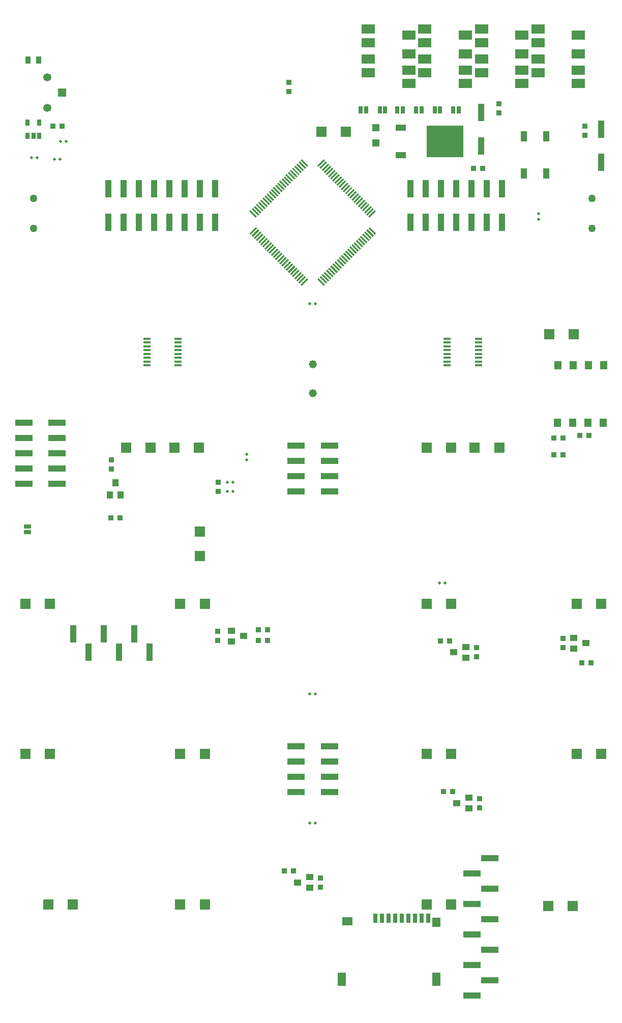
<source format=gbp>
G04 #@! TF.FileFunction,Paste,Bot*
%FSLAX46Y46*%
G04 Gerber Fmt 4.6, Leading zero omitted, Abs format (unit mm)*
G04 Created by KiCad (PCBNEW 4.0.4-stable) date 07/12/17 09:58:22*
%MOMM*%
%LPD*%
G01*
G04 APERTURE LIST*
%ADD10C,2.000000*%
%ADD11R,3.000000X1.000000*%
%ADD12R,0.650000X1.060000*%
%ADD13C,0.497840*%
%ADD14R,0.889000X1.270000*%
%ADD15R,2.247900X1.597660*%
%ADD16R,2.247900X1.498600*%
%ADD17R,0.635000X1.270000*%
%ADD18R,1.143000X1.016000*%
%ADD19R,1.016000X1.143000*%
%ADD20R,0.889000X0.889000*%
%ADD21R,1.651000X1.016000*%
%ADD22R,6.197600X5.298440*%
%ADD23C,1.320800*%
%ADD24R,0.698500X1.597660*%
%ADD25R,1.399540X1.597660*%
%ADD26R,1.399540X2.199640*%
%ADD27R,1.798320X1.399540*%
%ADD28R,1.270000X0.635000*%
%ADD29R,1.300000X1.400000*%
%ADD30R,1.000000X3.000000*%
%ADD31R,1.798320X1.767840*%
%ADD32R,1.270000X1.270000*%
%ADD33R,1.100000X1.800000*%
%ADD34R,1.200000X0.400000*%
%ADD35R,1.767840X1.798320*%
%ADD36C,1.270000*%
%ADD37C,1.348740*%
%ADD38R,1.348740X1.348740*%
G04 APERTURE END LIST*
D10*
D11*
X1905000Y-77470000D03*
X7445000Y-77470000D03*
X1905000Y-74930000D03*
X7445000Y-74930000D03*
X1905000Y-72390000D03*
X7445000Y-72390000D03*
X1905000Y-69850000D03*
X7445000Y-69850000D03*
X1905000Y-67310000D03*
X7445000Y-67310000D03*
D12*
X4450000Y-19600000D03*
X3500000Y-19600000D03*
X2550000Y-19600000D03*
X2550000Y-17400000D03*
X4450000Y-17400000D03*
D13*
X7962280Y-23500000D03*
X7037720Y-23500000D03*
X8962280Y-20500000D03*
X8037720Y-20500000D03*
X50462280Y-47500000D03*
X49537720Y-47500000D03*
X50462280Y-134000000D03*
X49537720Y-134000000D03*
X50462280Y-112500000D03*
X49537720Y-112500000D03*
X87630000Y-33482280D03*
X87630000Y-32557720D03*
X35780020Y-77280000D03*
X36704580Y-77280000D03*
X35817720Y-78780000D03*
X36742280Y-78780000D03*
X38970000Y-73496280D03*
X38970000Y-72571720D03*
D14*
X2611000Y-7000000D03*
X4389000Y-7000000D03*
D15*
X94246220Y-2796500D03*
X94246220Y-5996900D03*
X94246220Y-8696920D03*
X87499980Y-9095700D03*
D16*
X87499980Y-1795740D03*
D15*
X87499980Y-4096980D03*
X87499980Y-6797000D03*
X94246220Y-10896560D03*
X84830820Y-2796500D03*
X84830820Y-5996900D03*
X84830820Y-8696920D03*
X78084580Y-9095700D03*
D16*
X78084580Y-1795740D03*
D15*
X78084580Y-4096980D03*
X78084580Y-6797000D03*
X84830820Y-10896560D03*
D17*
X57970000Y-15240000D03*
X58870000Y-15240000D03*
D15*
X66000020Y-2796500D03*
X66000020Y-5996900D03*
X66000020Y-8696920D03*
X59253780Y-9095700D03*
D16*
X59253780Y-1795740D03*
D15*
X59253780Y-4096980D03*
X59253780Y-6797000D03*
X66000020Y-10896560D03*
X75415420Y-2796500D03*
X75415420Y-5996900D03*
X75415420Y-8696920D03*
X68669180Y-9095700D03*
D16*
X68669180Y-1795740D03*
D15*
X68669180Y-4096980D03*
X68669180Y-6797000D03*
X75415420Y-10896560D03*
D18*
X36494000Y-103737000D03*
X36494000Y-101959000D03*
X38526000Y-102848000D03*
D19*
X18034000Y-79375000D03*
X16256000Y-79375000D03*
X17145000Y-77343000D03*
D18*
X93468000Y-104919000D03*
X93468000Y-103141000D03*
X95500000Y-104030000D03*
X76032000Y-129771000D03*
X76032000Y-131549000D03*
X74000000Y-130660000D03*
X49532000Y-142961000D03*
X49532000Y-144739000D03*
X47500000Y-143850000D03*
X75532000Y-104651000D03*
X75532000Y-106429000D03*
X73500000Y-105540000D03*
D13*
X3173720Y-23274000D03*
X4098280Y-23274000D03*
D20*
X81026000Y-15748000D03*
X81026000Y-14224000D03*
X95330000Y-18028000D03*
X95330000Y-19552000D03*
X90170000Y-72644000D03*
X91694000Y-72644000D03*
X76738000Y-25000000D03*
X78262000Y-25000000D03*
X34280000Y-77268000D03*
X34280000Y-78792000D03*
X40908000Y-103554000D03*
X42432000Y-103554000D03*
X34208000Y-103610000D03*
X34208000Y-102086000D03*
X16500000Y-75057000D03*
X16500000Y-73533000D03*
X17907000Y-83185000D03*
X16383000Y-83185000D03*
X94838000Y-107300000D03*
X96362000Y-107300000D03*
X91690000Y-104792000D03*
X91690000Y-103268000D03*
X73262000Y-128755000D03*
X71738000Y-128755000D03*
X77810000Y-129898000D03*
X77810000Y-131422000D03*
X46762000Y-141945000D03*
X45238000Y-141945000D03*
X51310000Y-143088000D03*
X51310000Y-144612000D03*
X72762000Y-103635000D03*
X71238000Y-103635000D03*
X77310000Y-104778000D03*
X77310000Y-106302000D03*
X46000000Y-12262000D03*
X46000000Y-10738000D03*
D21*
X64674600Y-22786000D03*
D22*
X71999960Y-20500000D03*
D21*
X64674600Y-18214000D03*
D23*
X50000000Y-57587000D03*
X50000000Y-62413000D03*
D24*
X60453600Y-149850000D03*
X61553420Y-149850000D03*
X62653240Y-149850000D03*
X63750520Y-149850000D03*
X64850340Y-149850000D03*
X65950160Y-149850000D03*
X67049980Y-149850000D03*
X68149800Y-149850000D03*
X69249620Y-149850000D03*
D25*
X70550100Y-150449440D03*
D26*
X70550100Y-159949040D03*
X54852900Y-159949040D03*
D27*
X55752060Y-150347840D03*
D28*
X2540000Y-84640000D03*
X2540000Y-85540000D03*
D20*
X94488000Y-69500000D03*
X96012000Y-69500000D03*
D29*
X90712000Y-67318000D03*
X93252000Y-67318000D03*
X95792000Y-67318000D03*
X98332000Y-67318000D03*
X90782000Y-57778000D03*
X93322000Y-57778000D03*
X95862000Y-57778000D03*
X98402000Y-57778000D03*
D30*
X98000000Y-18480000D03*
X98000000Y-24020000D03*
X81520000Y-33960000D03*
X81520000Y-28420000D03*
X78980000Y-33960000D03*
X78980000Y-28420000D03*
X76440000Y-33960000D03*
X76440000Y-28420000D03*
D11*
X79500000Y-139840000D03*
X79500000Y-144920000D03*
X79500000Y-150000000D03*
X79500000Y-155080000D03*
X79500000Y-160160000D03*
X76500000Y-142380000D03*
X76500000Y-147460000D03*
X76500000Y-152540000D03*
X76500000Y-157620000D03*
X76500000Y-162700000D03*
D30*
X78000000Y-21270000D03*
X78000000Y-15730000D03*
X22850000Y-105500000D03*
X17770000Y-105500000D03*
X12690000Y-105500000D03*
X20310000Y-102500000D03*
X15230000Y-102500000D03*
X10150000Y-102500000D03*
D31*
X51460380Y-18950000D03*
X55539620Y-18950000D03*
X93479620Y-52578000D03*
X89400380Y-52578000D03*
X18960380Y-71500000D03*
X23039620Y-71500000D03*
X26960380Y-71500000D03*
X31039620Y-71500000D03*
X68937380Y-71500000D03*
X73016620Y-71500000D03*
X76960380Y-71500000D03*
X81039620Y-71500000D03*
X2170780Y-97500000D03*
X6250020Y-97500000D03*
X27937380Y-97500000D03*
X32016620Y-97500000D03*
X68937380Y-97500000D03*
X73016620Y-97500000D03*
X93937380Y-97500000D03*
X98016620Y-97500000D03*
X2170780Y-122500000D03*
X6250020Y-122500000D03*
X27937380Y-122500000D03*
X32016620Y-122500000D03*
X68937380Y-122500000D03*
X73016620Y-122500000D03*
X93937380Y-122500000D03*
X98016620Y-122500000D03*
X5960380Y-147500000D03*
X10039620Y-147500000D03*
X27937380Y-147500000D03*
X32016620Y-147500000D03*
X68937380Y-147500000D03*
X73016620Y-147500000D03*
X89210380Y-147750000D03*
X93289620Y-147750000D03*
D32*
X60500000Y-18230000D03*
X60500000Y-20770000D03*
D17*
X61145000Y-15240000D03*
X62045000Y-15240000D03*
X64991400Y-15240000D03*
X64091400Y-15240000D03*
D33*
X85150000Y-25850300D03*
X85150000Y-19650300D03*
X88850000Y-19650300D03*
X88850000Y-25850300D03*
D10*
G36*
X60535891Y-35838478D02*
X60323759Y-36050610D01*
X59263099Y-34989950D01*
X59475231Y-34777818D01*
X60535891Y-35838478D01*
X60535891Y-35838478D01*
G37*
G36*
X60182338Y-36192031D02*
X59970206Y-36404163D01*
X58909546Y-35343503D01*
X59121678Y-35131371D01*
X60182338Y-36192031D01*
X60182338Y-36192031D01*
G37*
G36*
X59828784Y-36545584D02*
X59616652Y-36757716D01*
X58555992Y-35697056D01*
X58768124Y-35484924D01*
X59828784Y-36545584D01*
X59828784Y-36545584D01*
G37*
G36*
X59475231Y-36899138D02*
X59263099Y-37111270D01*
X58202439Y-36050610D01*
X58414571Y-35838478D01*
X59475231Y-36899138D01*
X59475231Y-36899138D01*
G37*
G36*
X59121677Y-37252691D02*
X58909545Y-37464823D01*
X57848885Y-36404163D01*
X58061017Y-36192031D01*
X59121677Y-37252691D01*
X59121677Y-37252691D01*
G37*
G36*
X58768124Y-37606245D02*
X58555992Y-37818377D01*
X57495332Y-36757717D01*
X57707464Y-36545585D01*
X58768124Y-37606245D01*
X58768124Y-37606245D01*
G37*
G36*
X58414571Y-37959798D02*
X58202439Y-38171930D01*
X57141779Y-37111270D01*
X57353911Y-36899138D01*
X58414571Y-37959798D01*
X58414571Y-37959798D01*
G37*
G36*
X58061017Y-38313351D02*
X57848885Y-38525483D01*
X56788225Y-37464823D01*
X57000357Y-37252691D01*
X58061017Y-38313351D01*
X58061017Y-38313351D01*
G37*
G36*
X57707464Y-38666905D02*
X57495332Y-38879037D01*
X56434672Y-37818377D01*
X56646804Y-37606245D01*
X57707464Y-38666905D01*
X57707464Y-38666905D01*
G37*
G36*
X57353910Y-39020458D02*
X57141778Y-39232590D01*
X56081118Y-38171930D01*
X56293250Y-37959798D01*
X57353910Y-39020458D01*
X57353910Y-39020458D01*
G37*
G36*
X57000357Y-39374011D02*
X56788225Y-39586143D01*
X55727565Y-38525483D01*
X55939697Y-38313351D01*
X57000357Y-39374011D01*
X57000357Y-39374011D01*
G37*
G36*
X56646804Y-39727565D02*
X56434672Y-39939697D01*
X55374012Y-38879037D01*
X55586144Y-38666905D01*
X56646804Y-39727565D01*
X56646804Y-39727565D01*
G37*
G36*
X56293250Y-40081118D02*
X56081118Y-40293250D01*
X55020458Y-39232590D01*
X55232590Y-39020458D01*
X56293250Y-40081118D01*
X56293250Y-40081118D01*
G37*
G36*
X55939697Y-40434672D02*
X55727565Y-40646804D01*
X54666905Y-39586144D01*
X54879037Y-39374012D01*
X55939697Y-40434672D01*
X55939697Y-40434672D01*
G37*
G36*
X55586143Y-40788225D02*
X55374011Y-41000357D01*
X54313351Y-39939697D01*
X54525483Y-39727565D01*
X55586143Y-40788225D01*
X55586143Y-40788225D01*
G37*
G36*
X55232590Y-41141778D02*
X55020458Y-41353910D01*
X53959798Y-40293250D01*
X54171930Y-40081118D01*
X55232590Y-41141778D01*
X55232590Y-41141778D01*
G37*
G36*
X54879037Y-41495332D02*
X54666905Y-41707464D01*
X53606245Y-40646804D01*
X53818377Y-40434672D01*
X54879037Y-41495332D01*
X54879037Y-41495332D01*
G37*
G36*
X54525483Y-41848885D02*
X54313351Y-42061017D01*
X53252691Y-41000357D01*
X53464823Y-40788225D01*
X54525483Y-41848885D01*
X54525483Y-41848885D01*
G37*
G36*
X54171930Y-42202439D02*
X53959798Y-42414571D01*
X52899138Y-41353911D01*
X53111270Y-41141779D01*
X54171930Y-42202439D01*
X54171930Y-42202439D01*
G37*
G36*
X53818377Y-42555992D02*
X53606245Y-42768124D01*
X52545585Y-41707464D01*
X52757717Y-41495332D01*
X53818377Y-42555992D01*
X53818377Y-42555992D01*
G37*
G36*
X53464823Y-42909545D02*
X53252691Y-43121677D01*
X52192031Y-42061017D01*
X52404163Y-41848885D01*
X53464823Y-42909545D01*
X53464823Y-42909545D01*
G37*
G36*
X53111270Y-43263099D02*
X52899138Y-43475231D01*
X51838478Y-42414571D01*
X52050610Y-42202439D01*
X53111270Y-43263099D01*
X53111270Y-43263099D01*
G37*
G36*
X52757716Y-43616652D02*
X52545584Y-43828784D01*
X51484924Y-42768124D01*
X51697056Y-42555992D01*
X52757716Y-43616652D01*
X52757716Y-43616652D01*
G37*
G36*
X52404163Y-43970206D02*
X52192031Y-44182338D01*
X51131371Y-43121678D01*
X51343503Y-42909546D01*
X52404163Y-43970206D01*
X52404163Y-43970206D01*
G37*
G36*
X52050610Y-44323759D02*
X51838478Y-44535891D01*
X50777818Y-43475231D01*
X50989950Y-43263099D01*
X52050610Y-44323759D01*
X52050610Y-44323759D01*
G37*
G36*
X49222182Y-43475231D02*
X48161522Y-44535891D01*
X47949390Y-44323759D01*
X49010050Y-43263099D01*
X49222182Y-43475231D01*
X49222182Y-43475231D01*
G37*
G36*
X48868629Y-43121678D02*
X47807969Y-44182338D01*
X47595837Y-43970206D01*
X48656497Y-42909546D01*
X48868629Y-43121678D01*
X48868629Y-43121678D01*
G37*
G36*
X48515076Y-42768124D02*
X47454416Y-43828784D01*
X47242284Y-43616652D01*
X48302944Y-42555992D01*
X48515076Y-42768124D01*
X48515076Y-42768124D01*
G37*
G36*
X48161522Y-42414571D02*
X47100862Y-43475231D01*
X46888730Y-43263099D01*
X47949390Y-42202439D01*
X48161522Y-42414571D01*
X48161522Y-42414571D01*
G37*
G36*
X47807969Y-42061017D02*
X46747309Y-43121677D01*
X46535177Y-42909545D01*
X47595837Y-41848885D01*
X47807969Y-42061017D01*
X47807969Y-42061017D01*
G37*
G36*
X47454415Y-41707464D02*
X46393755Y-42768124D01*
X46181623Y-42555992D01*
X47242283Y-41495332D01*
X47454415Y-41707464D01*
X47454415Y-41707464D01*
G37*
G36*
X47100862Y-41353911D02*
X46040202Y-42414571D01*
X45828070Y-42202439D01*
X46888730Y-41141779D01*
X47100862Y-41353911D01*
X47100862Y-41353911D01*
G37*
G36*
X46747309Y-41000357D02*
X45686649Y-42061017D01*
X45474517Y-41848885D01*
X46535177Y-40788225D01*
X46747309Y-41000357D01*
X46747309Y-41000357D01*
G37*
G36*
X46393755Y-40646804D02*
X45333095Y-41707464D01*
X45120963Y-41495332D01*
X46181623Y-40434672D01*
X46393755Y-40646804D01*
X46393755Y-40646804D01*
G37*
G36*
X46040202Y-40293250D02*
X44979542Y-41353910D01*
X44767410Y-41141778D01*
X45828070Y-40081118D01*
X46040202Y-40293250D01*
X46040202Y-40293250D01*
G37*
G36*
X45686649Y-39939697D02*
X44625989Y-41000357D01*
X44413857Y-40788225D01*
X45474517Y-39727565D01*
X45686649Y-39939697D01*
X45686649Y-39939697D01*
G37*
G36*
X45333095Y-39586144D02*
X44272435Y-40646804D01*
X44060303Y-40434672D01*
X45120963Y-39374012D01*
X45333095Y-39586144D01*
X45333095Y-39586144D01*
G37*
G36*
X44979542Y-39232590D02*
X43918882Y-40293250D01*
X43706750Y-40081118D01*
X44767410Y-39020458D01*
X44979542Y-39232590D01*
X44979542Y-39232590D01*
G37*
G36*
X44625988Y-38879037D02*
X43565328Y-39939697D01*
X43353196Y-39727565D01*
X44413856Y-38666905D01*
X44625988Y-38879037D01*
X44625988Y-38879037D01*
G37*
G36*
X44272435Y-38525483D02*
X43211775Y-39586143D01*
X42999643Y-39374011D01*
X44060303Y-38313351D01*
X44272435Y-38525483D01*
X44272435Y-38525483D01*
G37*
G36*
X43918882Y-38171930D02*
X42858222Y-39232590D01*
X42646090Y-39020458D01*
X43706750Y-37959798D01*
X43918882Y-38171930D01*
X43918882Y-38171930D01*
G37*
G36*
X43565328Y-37818377D02*
X42504668Y-38879037D01*
X42292536Y-38666905D01*
X43353196Y-37606245D01*
X43565328Y-37818377D01*
X43565328Y-37818377D01*
G37*
G36*
X43211775Y-37464823D02*
X42151115Y-38525483D01*
X41938983Y-38313351D01*
X42999643Y-37252691D01*
X43211775Y-37464823D01*
X43211775Y-37464823D01*
G37*
G36*
X42858221Y-37111270D02*
X41797561Y-38171930D01*
X41585429Y-37959798D01*
X42646089Y-36899138D01*
X42858221Y-37111270D01*
X42858221Y-37111270D01*
G37*
G36*
X42504668Y-36757717D02*
X41444008Y-37818377D01*
X41231876Y-37606245D01*
X42292536Y-36545585D01*
X42504668Y-36757717D01*
X42504668Y-36757717D01*
G37*
G36*
X42151115Y-36404163D02*
X41090455Y-37464823D01*
X40878323Y-37252691D01*
X41938983Y-36192031D01*
X42151115Y-36404163D01*
X42151115Y-36404163D01*
G37*
G36*
X41797561Y-36050610D02*
X40736901Y-37111270D01*
X40524769Y-36899138D01*
X41585429Y-35838478D01*
X41797561Y-36050610D01*
X41797561Y-36050610D01*
G37*
G36*
X41444008Y-35697056D02*
X40383348Y-36757716D01*
X40171216Y-36545584D01*
X41231876Y-35484924D01*
X41444008Y-35697056D01*
X41444008Y-35697056D01*
G37*
G36*
X41090454Y-35343503D02*
X40029794Y-36404163D01*
X39817662Y-36192031D01*
X40878322Y-35131371D01*
X41090454Y-35343503D01*
X41090454Y-35343503D01*
G37*
G36*
X40736901Y-34989950D02*
X39676241Y-36050610D01*
X39464109Y-35838478D01*
X40524769Y-34777818D01*
X40736901Y-34989950D01*
X40736901Y-34989950D01*
G37*
G36*
X40736901Y-33010050D02*
X40524769Y-33222182D01*
X39464109Y-32161522D01*
X39676241Y-31949390D01*
X40736901Y-33010050D01*
X40736901Y-33010050D01*
G37*
G36*
X41090454Y-32656497D02*
X40878322Y-32868629D01*
X39817662Y-31807969D01*
X40029794Y-31595837D01*
X41090454Y-32656497D01*
X41090454Y-32656497D01*
G37*
G36*
X41444008Y-32302944D02*
X41231876Y-32515076D01*
X40171216Y-31454416D01*
X40383348Y-31242284D01*
X41444008Y-32302944D01*
X41444008Y-32302944D01*
G37*
G36*
X41797561Y-31949390D02*
X41585429Y-32161522D01*
X40524769Y-31100862D01*
X40736901Y-30888730D01*
X41797561Y-31949390D01*
X41797561Y-31949390D01*
G37*
G36*
X42151115Y-31595837D02*
X41938983Y-31807969D01*
X40878323Y-30747309D01*
X41090455Y-30535177D01*
X42151115Y-31595837D01*
X42151115Y-31595837D01*
G37*
G36*
X42504668Y-31242283D02*
X42292536Y-31454415D01*
X41231876Y-30393755D01*
X41444008Y-30181623D01*
X42504668Y-31242283D01*
X42504668Y-31242283D01*
G37*
G36*
X42858221Y-30888730D02*
X42646089Y-31100862D01*
X41585429Y-30040202D01*
X41797561Y-29828070D01*
X42858221Y-30888730D01*
X42858221Y-30888730D01*
G37*
G36*
X43211775Y-30535177D02*
X42999643Y-30747309D01*
X41938983Y-29686649D01*
X42151115Y-29474517D01*
X43211775Y-30535177D01*
X43211775Y-30535177D01*
G37*
G36*
X43565328Y-30181623D02*
X43353196Y-30393755D01*
X42292536Y-29333095D01*
X42504668Y-29120963D01*
X43565328Y-30181623D01*
X43565328Y-30181623D01*
G37*
G36*
X43918882Y-29828070D02*
X43706750Y-30040202D01*
X42646090Y-28979542D01*
X42858222Y-28767410D01*
X43918882Y-29828070D01*
X43918882Y-29828070D01*
G37*
G36*
X44272435Y-29474517D02*
X44060303Y-29686649D01*
X42999643Y-28625989D01*
X43211775Y-28413857D01*
X44272435Y-29474517D01*
X44272435Y-29474517D01*
G37*
G36*
X44625988Y-29120963D02*
X44413856Y-29333095D01*
X43353196Y-28272435D01*
X43565328Y-28060303D01*
X44625988Y-29120963D01*
X44625988Y-29120963D01*
G37*
G36*
X44979542Y-28767410D02*
X44767410Y-28979542D01*
X43706750Y-27918882D01*
X43918882Y-27706750D01*
X44979542Y-28767410D01*
X44979542Y-28767410D01*
G37*
G36*
X45333095Y-28413856D02*
X45120963Y-28625988D01*
X44060303Y-27565328D01*
X44272435Y-27353196D01*
X45333095Y-28413856D01*
X45333095Y-28413856D01*
G37*
G36*
X45686649Y-28060303D02*
X45474517Y-28272435D01*
X44413857Y-27211775D01*
X44625989Y-26999643D01*
X45686649Y-28060303D01*
X45686649Y-28060303D01*
G37*
G36*
X46040202Y-27706750D02*
X45828070Y-27918882D01*
X44767410Y-26858222D01*
X44979542Y-26646090D01*
X46040202Y-27706750D01*
X46040202Y-27706750D01*
G37*
G36*
X46393755Y-27353196D02*
X46181623Y-27565328D01*
X45120963Y-26504668D01*
X45333095Y-26292536D01*
X46393755Y-27353196D01*
X46393755Y-27353196D01*
G37*
G36*
X46747309Y-26999643D02*
X46535177Y-27211775D01*
X45474517Y-26151115D01*
X45686649Y-25938983D01*
X46747309Y-26999643D01*
X46747309Y-26999643D01*
G37*
G36*
X47100862Y-26646089D02*
X46888730Y-26858221D01*
X45828070Y-25797561D01*
X46040202Y-25585429D01*
X47100862Y-26646089D01*
X47100862Y-26646089D01*
G37*
G36*
X47454415Y-26292536D02*
X47242283Y-26504668D01*
X46181623Y-25444008D01*
X46393755Y-25231876D01*
X47454415Y-26292536D01*
X47454415Y-26292536D01*
G37*
G36*
X47807969Y-25938983D02*
X47595837Y-26151115D01*
X46535177Y-25090455D01*
X46747309Y-24878323D01*
X47807969Y-25938983D01*
X47807969Y-25938983D01*
G37*
G36*
X48161522Y-25585429D02*
X47949390Y-25797561D01*
X46888730Y-24736901D01*
X47100862Y-24524769D01*
X48161522Y-25585429D01*
X48161522Y-25585429D01*
G37*
G36*
X48515076Y-25231876D02*
X48302944Y-25444008D01*
X47242284Y-24383348D01*
X47454416Y-24171216D01*
X48515076Y-25231876D01*
X48515076Y-25231876D01*
G37*
G36*
X48868629Y-24878322D02*
X48656497Y-25090454D01*
X47595837Y-24029794D01*
X47807969Y-23817662D01*
X48868629Y-24878322D01*
X48868629Y-24878322D01*
G37*
G36*
X49222182Y-24524769D02*
X49010050Y-24736901D01*
X47949390Y-23676241D01*
X48161522Y-23464109D01*
X49222182Y-24524769D01*
X49222182Y-24524769D01*
G37*
G36*
X52050610Y-23676241D02*
X50989950Y-24736901D01*
X50777818Y-24524769D01*
X51838478Y-23464109D01*
X52050610Y-23676241D01*
X52050610Y-23676241D01*
G37*
G36*
X52404163Y-24029794D02*
X51343503Y-25090454D01*
X51131371Y-24878322D01*
X52192031Y-23817662D01*
X52404163Y-24029794D01*
X52404163Y-24029794D01*
G37*
G36*
X52757716Y-24383348D02*
X51697056Y-25444008D01*
X51484924Y-25231876D01*
X52545584Y-24171216D01*
X52757716Y-24383348D01*
X52757716Y-24383348D01*
G37*
G36*
X53111270Y-24736901D02*
X52050610Y-25797561D01*
X51838478Y-25585429D01*
X52899138Y-24524769D01*
X53111270Y-24736901D01*
X53111270Y-24736901D01*
G37*
G36*
X53464823Y-25090455D02*
X52404163Y-26151115D01*
X52192031Y-25938983D01*
X53252691Y-24878323D01*
X53464823Y-25090455D01*
X53464823Y-25090455D01*
G37*
G36*
X53818377Y-25444008D02*
X52757717Y-26504668D01*
X52545585Y-26292536D01*
X53606245Y-25231876D01*
X53818377Y-25444008D01*
X53818377Y-25444008D01*
G37*
G36*
X54171930Y-25797561D02*
X53111270Y-26858221D01*
X52899138Y-26646089D01*
X53959798Y-25585429D01*
X54171930Y-25797561D01*
X54171930Y-25797561D01*
G37*
G36*
X54525483Y-26151115D02*
X53464823Y-27211775D01*
X53252691Y-26999643D01*
X54313351Y-25938983D01*
X54525483Y-26151115D01*
X54525483Y-26151115D01*
G37*
G36*
X54879037Y-26504668D02*
X53818377Y-27565328D01*
X53606245Y-27353196D01*
X54666905Y-26292536D01*
X54879037Y-26504668D01*
X54879037Y-26504668D01*
G37*
G36*
X55232590Y-26858222D02*
X54171930Y-27918882D01*
X53959798Y-27706750D01*
X55020458Y-26646090D01*
X55232590Y-26858222D01*
X55232590Y-26858222D01*
G37*
G36*
X55586143Y-27211775D02*
X54525483Y-28272435D01*
X54313351Y-28060303D01*
X55374011Y-26999643D01*
X55586143Y-27211775D01*
X55586143Y-27211775D01*
G37*
G36*
X55939697Y-27565328D02*
X54879037Y-28625988D01*
X54666905Y-28413856D01*
X55727565Y-27353196D01*
X55939697Y-27565328D01*
X55939697Y-27565328D01*
G37*
G36*
X56293250Y-27918882D02*
X55232590Y-28979542D01*
X55020458Y-28767410D01*
X56081118Y-27706750D01*
X56293250Y-27918882D01*
X56293250Y-27918882D01*
G37*
G36*
X56646804Y-28272435D02*
X55586144Y-29333095D01*
X55374012Y-29120963D01*
X56434672Y-28060303D01*
X56646804Y-28272435D01*
X56646804Y-28272435D01*
G37*
G36*
X57000357Y-28625989D02*
X55939697Y-29686649D01*
X55727565Y-29474517D01*
X56788225Y-28413857D01*
X57000357Y-28625989D01*
X57000357Y-28625989D01*
G37*
G36*
X57353910Y-28979542D02*
X56293250Y-30040202D01*
X56081118Y-29828070D01*
X57141778Y-28767410D01*
X57353910Y-28979542D01*
X57353910Y-28979542D01*
G37*
G36*
X57707464Y-29333095D02*
X56646804Y-30393755D01*
X56434672Y-30181623D01*
X57495332Y-29120963D01*
X57707464Y-29333095D01*
X57707464Y-29333095D01*
G37*
G36*
X58061017Y-29686649D02*
X57000357Y-30747309D01*
X56788225Y-30535177D01*
X57848885Y-29474517D01*
X58061017Y-29686649D01*
X58061017Y-29686649D01*
G37*
G36*
X58414571Y-30040202D02*
X57353911Y-31100862D01*
X57141779Y-30888730D01*
X58202439Y-29828070D01*
X58414571Y-30040202D01*
X58414571Y-30040202D01*
G37*
G36*
X58768124Y-30393755D02*
X57707464Y-31454415D01*
X57495332Y-31242283D01*
X58555992Y-30181623D01*
X58768124Y-30393755D01*
X58768124Y-30393755D01*
G37*
G36*
X59121677Y-30747309D02*
X58061017Y-31807969D01*
X57848885Y-31595837D01*
X58909545Y-30535177D01*
X59121677Y-30747309D01*
X59121677Y-30747309D01*
G37*
G36*
X59475231Y-31100862D02*
X58414571Y-32161522D01*
X58202439Y-31949390D01*
X59263099Y-30888730D01*
X59475231Y-31100862D01*
X59475231Y-31100862D01*
G37*
G36*
X59828784Y-31454416D02*
X58768124Y-32515076D01*
X58555992Y-32302944D01*
X59616652Y-31242284D01*
X59828784Y-31454416D01*
X59828784Y-31454416D01*
G37*
G36*
X60182338Y-31807969D02*
X59121678Y-32868629D01*
X58909546Y-32656497D01*
X59970206Y-31595837D01*
X60182338Y-31807969D01*
X60182338Y-31807969D01*
G37*
G36*
X60535891Y-32161522D02*
X59475231Y-33222182D01*
X59263099Y-33010050D01*
X60323759Y-31949390D01*
X60535891Y-32161522D01*
X60535891Y-32161522D01*
G37*
D34*
X22400000Y-57822500D03*
X22400000Y-57187500D03*
X22400000Y-56552500D03*
X22400000Y-55917500D03*
X22400000Y-55282500D03*
X22400000Y-54647500D03*
X22400000Y-54012500D03*
X22400000Y-53377500D03*
X27600000Y-53377500D03*
X27600000Y-54012500D03*
X27600000Y-54647500D03*
X27600000Y-55282500D03*
X27600000Y-55917500D03*
X27600000Y-56552500D03*
X27600000Y-57187500D03*
X27600000Y-57822500D03*
X77600000Y-53377500D03*
X77600000Y-54012500D03*
X77600000Y-54647500D03*
X77600000Y-55282500D03*
X77600000Y-55917500D03*
X77600000Y-56552500D03*
X77600000Y-57187500D03*
X77600000Y-57822500D03*
X72400000Y-57822500D03*
X72400000Y-57187500D03*
X72400000Y-56552500D03*
X72400000Y-55917500D03*
X72400000Y-55282500D03*
X72400000Y-54647500D03*
X72400000Y-54012500D03*
X72400000Y-53377500D03*
D30*
X26120000Y-28420000D03*
X26120000Y-33960000D03*
X28660000Y-28420000D03*
X28660000Y-33960000D03*
X31200000Y-28420000D03*
X31200000Y-33960000D03*
X33740000Y-28420000D03*
X33740000Y-33960000D03*
D20*
X42432000Y-101776000D03*
X40908000Y-101776000D03*
X6738000Y-18000000D03*
X8262000Y-18000000D03*
D30*
X23580000Y-33960000D03*
X23580000Y-28420000D03*
X21040000Y-33960000D03*
X21040000Y-28420000D03*
X18500000Y-33960000D03*
X18500000Y-28420000D03*
X15960000Y-33960000D03*
X15960000Y-28420000D03*
X73900000Y-33960000D03*
X73900000Y-28420000D03*
X71360000Y-33960000D03*
X71360000Y-28420000D03*
X68820000Y-33960000D03*
X68820000Y-28420000D03*
X66280000Y-33960000D03*
X66280000Y-28420000D03*
D13*
X71999980Y-94000000D03*
X71075420Y-94000000D03*
D35*
X31190000Y-89549620D03*
X31190000Y-85470380D03*
D36*
X3500000Y-30000640D03*
X3500000Y-34999360D03*
X96500000Y-34999360D03*
X96500000Y-30000640D03*
D20*
X91694000Y-69850000D03*
X90170000Y-69850000D03*
D37*
X5801080Y-14940000D03*
X5801080Y-9860000D03*
D38*
X8297900Y-12400000D03*
D17*
X73413200Y-15240000D03*
X74313200Y-15240000D03*
X67190200Y-15265400D03*
X68090200Y-15265400D03*
X70314400Y-15240000D03*
X71214400Y-15240000D03*
D11*
X52770000Y-71190000D03*
X47230000Y-71190000D03*
X52770000Y-73730000D03*
X47230000Y-73730000D03*
X52770000Y-76270000D03*
X47230000Y-76270000D03*
X52770000Y-78810000D03*
X47230000Y-78810000D03*
X47230000Y-128810000D03*
X52770000Y-128810000D03*
X47230000Y-126270000D03*
X52770000Y-126270000D03*
X47230000Y-123730000D03*
X52770000Y-123730000D03*
X47230000Y-121190000D03*
X52770000Y-121190000D03*
M02*

</source>
